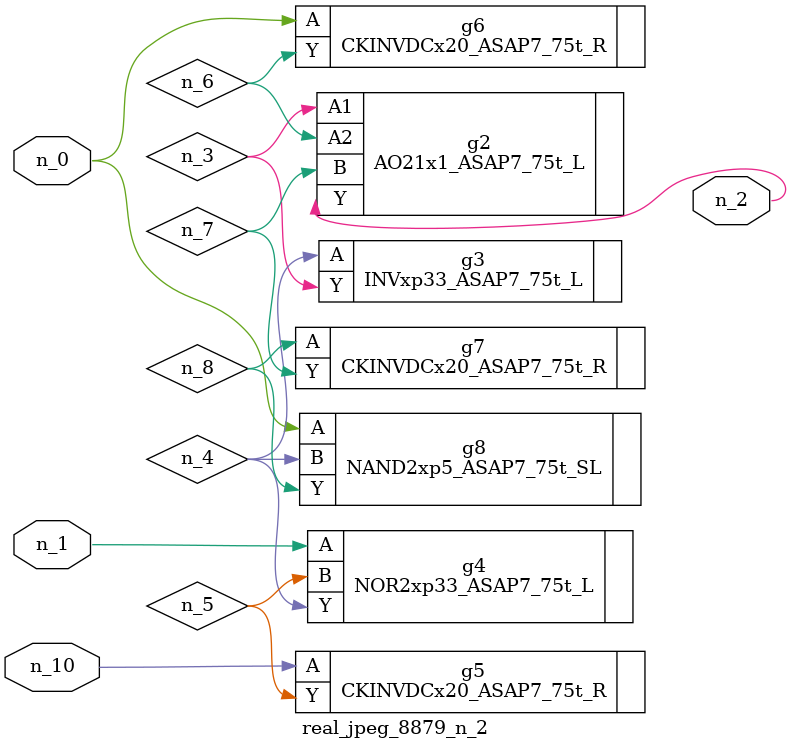
<source format=v>
module real_jpeg_8879_n_2 (n_1, n_10, n_0, n_2);

input n_1;
input n_10;
input n_0;

output n_2;

wire n_5;
wire n_4;
wire n_8;
wire n_6;
wire n_7;
wire n_3;

CKINVDCx20_ASAP7_75t_R g6 ( 
.A(n_0),
.Y(n_6)
);

NAND2xp5_ASAP7_75t_SL g8 ( 
.A(n_0),
.B(n_4),
.Y(n_8)
);

NOR2xp33_ASAP7_75t_L g4 ( 
.A(n_1),
.B(n_5),
.Y(n_4)
);

AO21x1_ASAP7_75t_L g2 ( 
.A1(n_3),
.A2(n_6),
.B(n_7),
.Y(n_2)
);

INVxp33_ASAP7_75t_L g3 ( 
.A(n_4),
.Y(n_3)
);

CKINVDCx20_ASAP7_75t_R g7 ( 
.A(n_8),
.Y(n_7)
);

CKINVDCx20_ASAP7_75t_R g5 ( 
.A(n_10),
.Y(n_5)
);


endmodule
</source>
